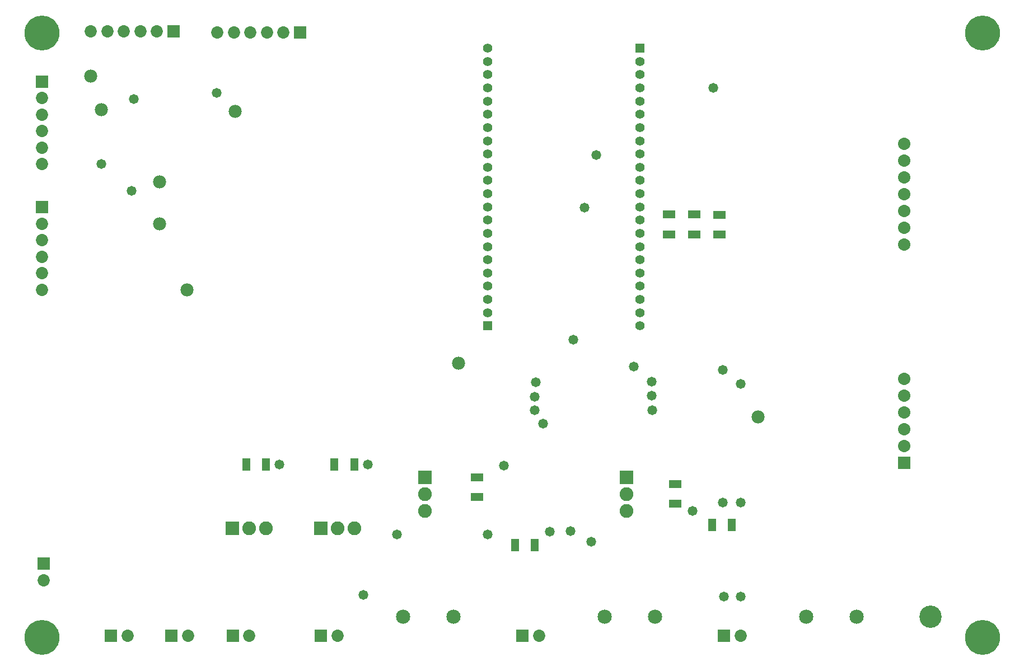
<source format=gts>
G04*
G04 #@! TF.GenerationSoftware,Altium Limited,Altium Designer,22.10.1 (41)*
G04*
G04 Layer_Color=8388736*
%FSLAX44Y44*%
%MOMM*%
G71*
G04*
G04 #@! TF.SameCoordinates,1C1781D4-92CB-4499-AA76-0FF4777072F7*
G04*
G04*
G04 #@! TF.FilePolarity,Negative*
G04*
G01*
G75*
%ADD16R,1.9532X1.2032*%
%ADD17R,1.2032X1.9532*%
%ADD18C,2.0782*%
%ADD19R,2.0782X2.0782*%
%ADD20R,2.0782X2.0782*%
%ADD21C,2.1532*%
%ADD22R,1.8532X1.8532*%
%ADD23C,1.8532*%
%ADD24R,1.8532X1.8532*%
%ADD25C,1.4032*%
%ADD26R,1.4032X1.4032*%
%ADD27C,1.8682*%
%ADD28R,1.8682X1.8682*%
%ADD29C,1.4732*%
%ADD30C,1.9812*%
%ADD31C,5.2832*%
%ADD32C,3.3782*%
D16*
X1329690Y944640D02*
D03*
Y914640D02*
D03*
X1291590Y944880D02*
D03*
Y914880D02*
D03*
X1253490Y944880D02*
D03*
Y914880D02*
D03*
X962660Y547370D02*
D03*
Y517370D02*
D03*
X1262380Y506970D02*
D03*
Y536970D02*
D03*
D17*
X1050050Y444500D02*
D03*
X1020050D02*
D03*
X1348500Y474980D02*
D03*
X1318500D02*
D03*
X643650Y566420D02*
D03*
X613650D02*
D03*
X747240D02*
D03*
X777240D02*
D03*
D18*
X883920Y496570D02*
D03*
Y521970D02*
D03*
X1188720Y496570D02*
D03*
Y521970D02*
D03*
X777240Y469900D02*
D03*
X751840D02*
D03*
X643890D02*
D03*
X618490D02*
D03*
D19*
X883920Y547370D02*
D03*
X1188720D02*
D03*
D20*
X726440Y469900D02*
D03*
X593090D02*
D03*
D21*
X1536700Y336550D02*
D03*
X1460500D02*
D03*
X927100D02*
D03*
X850900D02*
D03*
X1155700D02*
D03*
X1231900D02*
D03*
D22*
X1336440Y307340D02*
D03*
X1031640D02*
D03*
X593490D02*
D03*
X726840D02*
D03*
X500780D02*
D03*
X409340D02*
D03*
X503860Y1221740D02*
D03*
X695230Y1220470D02*
D03*
D23*
X1361440Y307340D02*
D03*
X1056640D02*
D03*
X618490D02*
D03*
X751840D02*
D03*
X525780D02*
D03*
X434340D02*
D03*
X307340Y391560D02*
D03*
X304800Y830980D02*
D03*
Y855980D02*
D03*
Y880980D02*
D03*
Y905980D02*
D03*
Y930980D02*
D03*
Y1021080D02*
D03*
Y1046080D02*
D03*
Y1071080D02*
D03*
Y1096080D02*
D03*
Y1121080D02*
D03*
X378860Y1221740D02*
D03*
X403860D02*
D03*
X428860D02*
D03*
X453860D02*
D03*
X478860D02*
D03*
X570230Y1220470D02*
D03*
X595230D02*
D03*
X620230D02*
D03*
X645230D02*
D03*
X670230D02*
D03*
D24*
X307340Y416560D02*
D03*
X304800Y955980D02*
D03*
Y1146080D02*
D03*
D25*
X979170Y1196340D02*
D03*
Y1176340D02*
D03*
Y1156340D02*
D03*
Y1116340D02*
D03*
Y1096340D02*
D03*
Y1076340D02*
D03*
Y1056340D02*
D03*
Y1036340D02*
D03*
Y1016340D02*
D03*
Y996340D02*
D03*
Y976340D02*
D03*
Y876340D02*
D03*
Y856340D02*
D03*
Y836340D02*
D03*
Y816340D02*
D03*
Y916340D02*
D03*
Y936340D02*
D03*
Y956340D02*
D03*
Y1136340D02*
D03*
Y896340D02*
D03*
Y796340D02*
D03*
X1209040Y776340D02*
D03*
Y796340D02*
D03*
Y816340D02*
D03*
Y836340D02*
D03*
Y856340D02*
D03*
Y876340D02*
D03*
Y896340D02*
D03*
Y916340D02*
D03*
Y936340D02*
D03*
Y956340D02*
D03*
Y976340D02*
D03*
Y996340D02*
D03*
Y1016340D02*
D03*
Y1036340D02*
D03*
Y1056340D02*
D03*
Y1076340D02*
D03*
Y1096340D02*
D03*
Y1116340D02*
D03*
Y1156340D02*
D03*
Y1176340D02*
D03*
Y1136340D02*
D03*
D26*
X979170Y776340D02*
D03*
X1209040Y1196340D02*
D03*
D27*
X1609090Y1051560D02*
D03*
Y1026160D02*
D03*
Y1000760D02*
D03*
Y975360D02*
D03*
Y949960D02*
D03*
Y924560D02*
D03*
Y899160D02*
D03*
Y695960D02*
D03*
Y670560D02*
D03*
Y645160D02*
D03*
Y619760D02*
D03*
Y594360D02*
D03*
D28*
Y568960D02*
D03*
D29*
X1200150Y715010D02*
D03*
X979170Y461010D02*
D03*
X1319824Y1136499D02*
D03*
X1361530Y688430D02*
D03*
X1361440Y509270D02*
D03*
Y367030D02*
D03*
X664210Y566420D02*
D03*
X1289050Y496570D02*
D03*
X1143000Y1035050D02*
D03*
X1051560Y690880D02*
D03*
X1226820Y692150D02*
D03*
X1334770Y509270D02*
D03*
X440690Y980440D02*
D03*
X568960Y1129030D02*
D03*
X394970Y1021080D02*
D03*
X443462Y1119133D02*
D03*
X1334770Y709930D02*
D03*
X1050290Y648970D02*
D03*
X1228090D02*
D03*
X1226820Y670560D02*
D03*
X1050290Y669290D02*
D03*
X1062990Y628650D02*
D03*
X1003300Y565150D02*
D03*
X1108710Y755650D02*
D03*
X1125220Y955040D02*
D03*
X1073150Y464820D02*
D03*
X1104425Y466035D02*
D03*
X1336040Y367030D02*
D03*
X791210Y369570D02*
D03*
X841921Y460426D02*
D03*
X1135380Y449580D02*
D03*
X797560Y566420D02*
D03*
D30*
X596900Y1101090D02*
D03*
X482600Y930910D02*
D03*
X378460Y1154430D02*
D03*
X394970Y1103630D02*
D03*
X934720Y720090D02*
D03*
X482600Y994410D02*
D03*
X524510Y830580D02*
D03*
X1388110Y638810D02*
D03*
D31*
X1727200Y304800D02*
D03*
Y1219200D02*
D03*
X304800D02*
D03*
Y304800D02*
D03*
D32*
X1648460Y336550D02*
D03*
M02*

</source>
